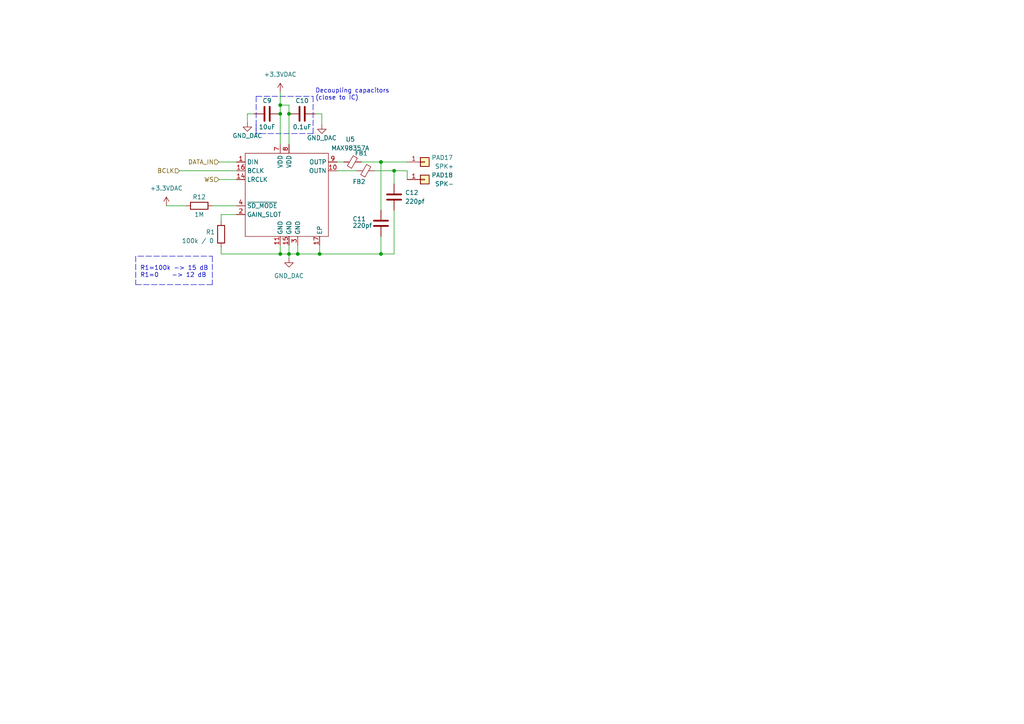
<source format=kicad_sch>
(kicad_sch (version 20250114) (generator "eeschema") (generator_version "9.0")
  (paper "A4")
  (lib_symbols
    (symbol "Connector_Generic:Conn_01x01" (pin_names (offset 1.016) (hide yes))
      (property "Reference" "J" (at 0 2.54 0))
      (property "Value" "Conn_01x01" (at 0 -2.54 0))
      (symbol "Conn_01x01_1_1"
        (rectangle (start -1.27 1.27) (end 1.27 -1.27) (stroke (width 0.254)) (fill (type background)))
        (rectangle (start -1.27 0.127) (end 0 -0.127) (stroke (width 0.1524)))
        (pin passive line (at -5.08 0 0) (length 3.81) (name "Pin_1") (number "1"))
      )
    )
    (symbol "Device:C" (pin_numbers (hide yes)) (pin_names (offset 0.254))
      (property "Reference" "C" (at 0.635 2.54 0))
      (property "Value" "C" (at 0.635 -2.54 0))
      (symbol "C_0_1"
        (polyline (pts (xy -2.032 0.762) (xy 2.032 0.762)) (stroke (width 0.508)))
        (polyline (pts (xy -2.032 -0.762) (xy 2.032 -0.762)) (stroke (width 0.508)))
      )
      (symbol "C_1_1"
        (pin passive line (at 0 3.81 270) (length 2.794) (name "~") (number "1"))
        (pin passive line (at 0 -3.81 90) (length 2.794) (name "~") (number "2"))
      )
    )
    (symbol "Device:FerriteBead_Small" (pin_numbers (hide yes)) (pin_names (offset 0))
      (property "Reference" "FB" (at 1.905 1.27 0))
      (property "Value" "FerriteBead_Small" (at 1.905 -1.27 0))
      (symbol "FerriteBead_Small_0_1"
        (polyline (pts (xy -1.8288 0.2794) (xy -1.1176 1.4986) (xy 1.8288 -0.2032) (xy 1.1176 -1.4224) (xy -1.8288 0.2794)))
        (polyline (pts (xy 0 0.889) (xy 0 1.2954)))
        (polyline (pts (xy 0 -1.27) (xy 0 -0.7874)))
      )
      (symbol "FerriteBead_Small_1_1"
        (pin passive line (at 0 2.54 270) (length 1.27) (name "~") (number "1"))
        (pin passive line (at 0 -2.54 90) (length 1.27) (name "~") (number "2"))
      )
    )
    (symbol "Device:R" (pin_numbers (hide yes)) (pin_names (offset 0))
      (property "Reference" "R" (at 2.032 0 90))
      (property "Value" "R" (at 0 0 90))
      (symbol "R_0_1"
        (rectangle (start -1.016 -2.54) (end 1.016 2.54) (stroke (width 0.254)))
      )
      (symbol "R_1_1"
        (pin passive line (at 0 3.81 270) (length 1.27) (name "~") (number "1"))
        (pin passive line (at 0 -3.81 90) (length 1.27) (name "~") (number "2"))
      )
    )
    (symbol "max98357a:MAX98357A"
      (property "Reference" "U" (at 10.16 13.97 0))
      (property "Value" "MAX98357A" (at -8.89 13.97 0))
      (symbol "MAX98357A_0_1"
        (rectangle (start -11.43 12.7) (end 12.7 -11.43))
      )
      (symbol "MAX98357A_1_1"
        (pin input line (at -13.97 10.16 0) (length 2.54) (name "DIN") (number "1"))
        (pin input line (at -13.97 7.62 0) (length 2.54) (name "BCLK") (number "16"))
        (pin input line (at -13.97 5.08 0) (length 2.54) (name "LRCLK") (number "14"))
        (pin input line (at -13.97 -2.54 0) (length 2.54) (name "~{SD_MODE}") (number "4"))
        (pin passive line (at -13.97 -5.08 0) (length 2.54) (name "GAIN_SLOT") (number "2"))
        (pin power_in line (at -1.27 15.24 270) (length 2.54) (name "VDD") (number "7"))
        (pin power_in line (at -1.27 -13.97 90) (length 2.54) (name "GND") (number "11"))
        (pin power_in line (at 1.27 15.24 270) (length 2.54) (name "VDD") (number "8"))
        (pin power_in line (at 1.27 -13.97 90) (length 2.54) (name "GND") (number "15"))
        (pin power_in line (at 3.81 -13.97 90) (length 2.54) (name "GND") (number "3"))
        (pin power_in line (at 10.16 -13.97 90) (length 2.54) (name "EP") (number "17"))
        (pin output line (at 15.24 10.16 180) (length 2.54) (name "OUTP") (number "9"))
        (pin output line (at 15.24 7.62 180) (length 2.54) (name "OUTN") (number "10"))
        (pin no_connect line (at 15.24 -2.54 180) (length 2.54) (hide yes) (name "") (number "5"))
        (pin no_connect line (at 15.24 -5.08 180) (length 2.54) (hide yes) (name "") (number "6"))
        (pin no_connect line (at 15.24 -7.62 180) (length 2.54) (hide yes) (name "") (number "12"))
        (pin no_connect line (at 15.24 -10.16 180) (length 2.54) (hide yes) (name "") (number "13"))
      )
    )
    (symbol "power:+3.3VDAC" (power) (pin_numbers (hide yes)) (pin_names (offset 0) (hide yes))
      (property "Value" "+3.3VDAC" (at 0 3.556 0))
      (symbol "+3.3VDAC_0_0"
        (pin power_in line (at 0 0 90) (length 0) (name "~") (number "1"))
      )
      (symbol "+3.3VDAC_0_1"
        (polyline (pts (xy -0.762 1.27) (xy 0 2.54)))
        (polyline (pts (xy 0 2.54) (xy 0.762 1.27)))
        (polyline (pts (xy 0 0) (xy 0 2.54)))
      )
    )
    (symbol "power:GND" (power) (pin_names (offset 0))
      (property "Value" "GND" (at 0 -3.81 0))
      (symbol "GND_0_1"
        (polyline (pts (xy 0 0) (xy 0 -1.27) (xy 1.27 -1.27) (xy 0 -2.54) (xy -1.27 -1.27) (xy 0 -1.27)))
      )
      (symbol "GND_1_1"
        (pin power_in line (at 0 0 270) (length 0) (hide yes) (name "GND") (number "1"))
      )
    )
  )
  (text "Decoupling capacitors\n(close to IC)" (at 91.44 29.21 0) (effects (font (size 1.27 1.27)) (justify left bottom)))
  (text "R1=100k -> 15 dB\nR1=0    -> 12 dB" (at 40.64 80.645 0) (effects (font (size 1.27 1.27)) (justify left bottom)))
  (junction (at 81.28 30.48))
  (junction (at 110.49 46.99))
  (junction (at 81.28 33.02))
  (junction (at 81.28 73.66))
  (junction (at 92.71 73.66))
  (junction (at 114.3 49.53))
  (junction (at 83.82 73.66))
  (junction (at 110.49 73.66))
  (junction (at 83.82 33.02))
  (junction (at 86.36 73.66))
  (wire (pts (xy 114.3 73.66) (xy 110.49 73.66)))
  (wire (pts (xy 64.135 73.66) (xy 81.28 73.66)))
  (polyline (pts (xy 61.595 82.55) (xy 39.37 82.55)) (stroke (width 0) (type dash)))
  (wire (pts (xy 81.28 73.66) (xy 83.82 73.66)))
  (wire (pts (xy 63.5 46.99) (xy 68.58 46.99)))
  (wire (pts (xy 97.79 46.99) (xy 99.695 46.99)))
  (wire (pts (xy 118.11 49.53) (xy 118.11 52.07)))
  (wire (pts (xy 110.49 46.99) (xy 118.11 46.99)))
  (wire (pts (xy 81.28 71.12) (xy 81.28 73.66)))
  (wire (pts (xy 114.3 49.53) (xy 114.3 53.34)))
  (wire (pts (xy 92.71 71.12) (xy 92.71 73.66)))
  (wire (pts (xy 108.585 49.53) (xy 114.3 49.53)))
  (wire (pts (xy 83.82 30.48) (xy 83.82 33.02)))
  (polyline (pts (xy 74.295 27.94) (xy 90.805 27.94)) (stroke (width 0) (type dash)))
  (wire (pts (xy 114.3 60.96) (xy 114.3 73.66)))
  (wire (pts (xy 83.82 33.02) (xy 83.82 41.91)))
  (wire (pts (xy 61.595 59.69) (xy 68.58 59.69)))
  (polyline (pts (xy 90.805 38.735) (xy 74.295 38.735)) (stroke (width 0) (type dash)))
  (wire (pts (xy 52.07 49.53) (xy 68.58 49.53)))
  (polyline (pts (xy 61.595 74.295) (xy 61.595 82.55)) (stroke (width 0) (type dash)))
  (wire (pts (xy 97.79 49.53) (xy 103.505 49.53)))
  (wire (pts (xy 71.755 33.02) (xy 71.755 35.56)))
  (wire (pts (xy 86.36 73.66) (xy 83.82 73.66)))
  (wire (pts (xy 93.345 33.02) (xy 93.345 36.195)))
  (wire (pts (xy 114.3 49.53) (xy 118.11 49.53)))
  (wire (pts (xy 64.135 71.755) (xy 64.135 73.66)))
  (wire (pts (xy 104.775 46.99) (xy 110.49 46.99)))
  (wire (pts (xy 83.82 73.66) (xy 83.82 74.93)))
  (wire (pts (xy 110.49 68.58) (xy 110.49 73.66)))
  (polyline (pts (xy 40.005 74.295) (xy 61.595 74.295)) (stroke (width 0) (type dash)))
  (wire (pts (xy 110.49 46.99) (xy 110.49 60.96)))
  (polyline (pts (xy 74.295 36.195) (xy 74.295 38.735)) (stroke (width 0) (type dash)))
  (wire (pts (xy 83.82 71.12) (xy 83.82 73.66)))
  (wire (pts (xy 86.36 71.12) (xy 86.36 73.66)))
  (polyline (pts (xy 39.37 74.295) (xy 39.37 82.55)) (stroke (width 0) (type dash)))
  (wire (pts (xy 81.28 26.67) (xy 81.28 30.48)))
  (wire (pts (xy 110.49 73.66) (xy 92.71 73.66)))
  (wire (pts (xy 81.28 30.48) (xy 81.28 33.02)))
  (wire (pts (xy 64.135 62.23) (xy 64.135 64.135)))
  (wire (pts (xy 63.5 52.07) (xy 68.58 52.07)))
  (wire (pts (xy 68.58 62.23) (xy 64.135 62.23)))
  (wire (pts (xy 83.82 30.48) (xy 81.28 30.48)))
  (wire (pts (xy 48.26 59.69) (xy 53.975 59.69)))
  (wire (pts (xy 71.755 33.02) (xy 73.66 33.02)))
  (wire (pts (xy 91.44 33.02) (xy 93.345 33.02)))
  (polyline (pts (xy 90.805 27.94) (xy 90.805 38.735)) (stroke (width 0) (type dash)))
  (wire (pts (xy 81.28 33.02) (xy 81.28 41.91)))
  (wire (pts (xy 92.71 73.66) (xy 86.36 73.66)))
  (polyline (pts (xy 74.295 27.94) (xy 74.295 38.735)) (stroke (width 0) (type dash)))
  (hierarchical_label "WS" (shape input) (at 63.5 52.07 180))
  (hierarchical_label "DATA_IN" (shape input) (at 63.5 46.99 180))
  (hierarchical_label "BCLK" (shape input) (at 52.07 49.53 180))
  (symbol (lib_id "Device:C") (at 87.63 33.02 90) (unit 1)
    (property "Reference" "C10" (at 87.63 29.21 90))
    (property "Value" "0.1uF" (at 87.63 36.83 90))
    (property "Footprint" "Capacitor_SMD:C_0603_1608Metric" (effects (hide yes)))
  )
  (symbol (lib_id "Device:FerriteBead_Small") (at 106.045 49.53 270) (unit 1)
    (property "Reference" "FB2" (at 104.14 52.705 90))
    (property "Value" "FerriteBead_Small" (effects (hide yes)))
    (property "Footprint" "Inductor_SMD:L_0805_2012Metric" (effects (hide yes)))
  )
  (symbol (lib_id "power:+3.3VDAC") (at 81.28 26.67 0) (unit 1)
    (property "Reference" "#PWR023" (effects (hide yes)))
    (property "Value" "+3.3VDAC" (at 81.28 21.59 0))
    (property "Description" "Power symbol creates a global label with name \"+3.3VDAC\"" (effects (hide yes)))
  )
  (symbol (lib_id "Device:C") (at 77.47 33.02 90) (unit 1)
    (property "Reference" "C9" (at 77.47 29.21 90))
    (property "Value" "10uF" (at 77.47 36.83 90))
    (property "Footprint" "Capacitor_SMD:C_0603_1608Metric" (effects (hide yes)))
  )
  (symbol (lib_id "Device:R") (at 57.785 59.69 90) (unit 1)
    (property "Reference" "R12" (at 57.785 57.15 90))
    (property "Value" "1M" (at 57.785 62.23 90))
    (property "Footprint" "Resistor_SMD:R_0805_2012Metric" (effects (hide yes)))
  )
  (symbol (lib_id "Connector_Generic:Conn_01x01") (at 123.19 46.99 0) (unit 1)
    (property "Reference" "PAD17" (at 128.27 45.72 0))
    (property "Value" "SPK+" (at 128.905 48.26 0))
    (property "Footprint" "TestPoint:TestPoint_Pad_2.0x2.0mm" (effects (hide yes)))
  )
  (symbol (lib_id "power:+3.3VDAC") (at 48.26 59.69 0) (unit 1)
    (property "Reference" "#PWR030" (effects (hide yes)))
    (property "Value" "+3.3VDAC" (at 48.26 54.61 0))
    (property "Description" "Power symbol creates a global label with name \"+3.3VDAC\"" (effects (hide yes)))
  )
  (symbol (lib_id "power:GND") (at 93.345 36.195 0) (unit 1)
    (property "Reference" "#PWR027" (effects (hide yes)))
    (property "Value" "GND_DAC" (at 93.345 40.005 0))
  )
  (symbol (lib_id "Device:C") (at 114.3 57.15 0) (unit 1)
    (property "Reference" "C12" (at 117.475 55.88 0) (effects (justify left)))
    (property "Value" "220pf" (at 117.475 58.42 0) (effects (justify left)))
    (property "Footprint" "Capacitor_SMD:C_0603_1608Metric" (effects (hide yes)))
  )
  (symbol (lib_id "Device:C") (at 110.49 64.77 0) (unit 1)
    (property "Reference" "C11" (at 102.235 63.5 0) (effects (justify left)))
    (property "Value" "220pf" (at 102.235 65.405 0) (effects (justify left)))
    (property "Footprint" "Capacitor_SMD:C_0603_1608Metric" (effects (hide yes)))
  )
  (symbol (lib_id "power:GND") (at 83.82 74.93 0) (unit 1)
    (property "Reference" "#PWR026" (effects (hide yes)))
    (property "Value" "GND_DAC" (at 83.82 80.01 0))
  )
  (symbol (lib_id "Connector_Generic:Conn_01x01") (at 123.19 52.07 0) (unit 1)
    (property "Reference" "PAD18" (at 128.27 50.8 0))
    (property "Value" "SPK-" (at 128.905 53.34 0))
    (property "Footprint" "TestPoint:TestPoint_Pad_2.0x2.0mm" (effects (hide yes)))
  )
  (symbol (lib_id "power:GND") (at 71.755 35.56 0) (unit 1)
    (property "Reference" "#PWR018" (effects (hide yes)))
    (property "Value" "GND_DAC" (at 71.755 39.37 0))
  )
  (symbol (lib_id "Device:R") (at 64.135 67.945 0) (unit 1) (in_bom no)
    (property "Reference" "R1" (at 59.69 67.31 0) (effects (justify left)))
    (property "Value" "100k / 0" (at 52.705 69.85 0) (effects (justify left)))
    (property "Footprint" "Resistor_SMD:R_0805_2012Metric" (effects (hide yes)))
  )
  (symbol (lib_id "max98357a:MAX98357A") (at 82.55 57.15 0) (unit 1)
    (property "Reference" "U5" (at 101.6 40.4112 0))
    (property "Value" "MAX98357A" (at 101.6 42.9512 0))
    (property "Footprint" "Package_DFN_QFN:TQFN-16-1EP_3x3mm_P0.5mm_EP1.23x1.23mm" (effects (hide yes)))
  )
  (symbol (lib_id "Device:FerriteBead_Small") (at 102.235 46.99 90) (unit 1)
    (property "Reference" "FB1" (at 104.775 44.45 90))
    (property "Value" "FerriteBead_Small" (effects (hide yes)))
    (property "Footprint" "Inductor_SMD:L_0805_2012Metric" (effects (hide yes)))
  )
)
</source>
